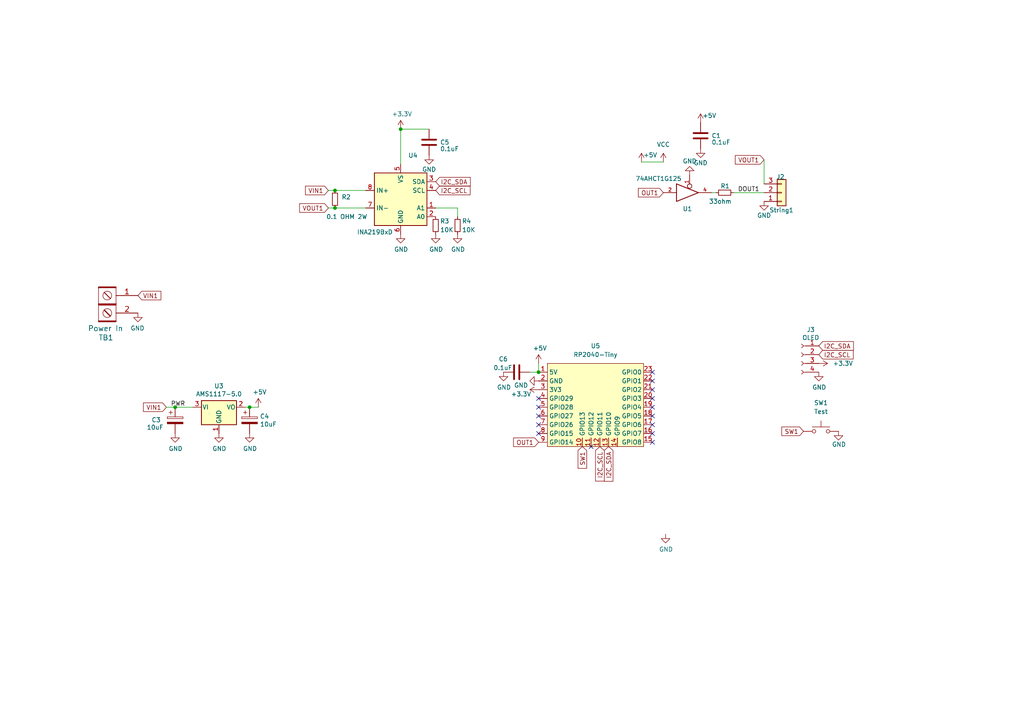
<source format=kicad_sch>
(kicad_sch (version 20230121) (generator eeschema)
  (paper "A4")
  (title_block (title "RP2040_Count") (date "2024-02-11") (rev "v2"))
  (lib_symbols
    (symbol "74xGxx:74AHCT1G125" (pin_names (offset 1.016))
      (property "Reference" "U" (at -2.54 3.81 0))
      (property "Value" "74AHCT1G125" (at 0 -3.81 0))
      (symbol "74AHCT1G125_0_1"
        (polyline (pts (xy -3.81 2.54) (xy -3.81 -2.54) (xy 2.54 0) (xy -3.81 2.54)) (stroke (width 0.254)))
      )
      (symbol "74AHCT1G125_1_1"
        (pin input inverted (at 0 5.08 270) (length 3.81) (name "~") (number "1"))
        (pin input line (at -7.62 0 0) (length 3.81) (name "~") (number "2"))
        (pin power_in line (at 1.27 -1.27 270) (length 0) hide (name "GND") (number "3"))
        (pin tri_state line (at 6.35 0 180) (length 3.81) (name "~") (number "4"))
        (pin power_in line (at 1.27 1.27 90) (length 0) hide (name "VCC") (number "5"))
      )
    )
    (symbol "Barrier_Blocks:BARRIER_BLOCK_1ROW_2POS" (pin_names (offset 1.016) hide)
      (property "Reference" "TB" (at 0.127 -6.731 0))
      (property "Value" "Barrier_Blocks_BARRIER_BLOCK_1ROW_2POS" (at 0.254 6.35 0))
      (symbol "BARRIER_BLOCK_1ROW_2POS_0_1"
        (rectangle (start -2.54 5.08) (end 2.54 -5.08))
        (circle (center 0 -2.54) (radius 1.27))
        (polyline (pts (xy -2.54 -4.699) (xy -2.54 -5.08) (xy 2.54 -5.08) (xy 2.54 -4.699)) (fill (type outline)))
        (polyline (pts (xy -2.54 0.254) (xy -2.54 -0.254) (xy 2.54 -0.254) (xy 2.54 0.254)) (fill (type outline)))
        (polyline (pts (xy -2.54 4.699) (xy -2.54 5.08) (xy 2.54 5.08) (xy 2.54 4.699)) (fill (type outline)))
        (polyline (pts (xy -0.8382 -3.5052) (xy -0.9652 -3.3782) (xy 0.8128 -1.6002) (xy 0.9652 -1.7018) (xy -0.8382 -3.5052)) (fill (type outline)))
        (polyline (pts (xy -0.8382 1.5748) (xy -0.9652 1.6764) (xy -0.0508 2.5908) (xy 0.8382 3.4798) (xy 0.9652 3.3528) (xy 0.9652 3.3528)) (fill (type outline)))
        (circle (center 0 2.54) (radius 1.27))
      )
      (symbol "BARRIER_BLOCK_1ROW_2POS_1_1"
        (pin passive line (at -8.89 2.54 0) (length 6.35) (name "P1") (number "1"))
        (pin passive line (at -8.89 -2.54 0) (length 6.35) (name "P2") (number "2"))
      )
    )
    (symbol "Connector:Conn_01x04_Female" (pin_names (offset 1.016) hide)
      (property "Reference" "J" (at 0 5.08 0))
      (property "Value" "Conn_01x04_Female" (at 0 -7.62 0))
      (symbol "Conn_01x04_Female_1_1"
        (arc (start 0 -4.572) (mid -0.5058 -5.08) (end 0 -5.588) (stroke (width 0.1524)))
        (arc (start 0 -2.032) (mid -0.5058 -2.54) (end 0 -3.048) (stroke (width 0.1524)))
        (polyline (pts (xy -1.27 -5.08) (xy -0.508 -5.08)) (stroke (width 0.1524)))
        (polyline (pts (xy -1.27 -2.54) (xy -0.508 -2.54)) (stroke (width 0.1524)))
        (polyline (pts (xy -1.27 0) (xy -0.508 0)) (stroke (width 0.1524)))
        (polyline (pts (xy -1.27 2.54) (xy -0.508 2.54)) (stroke (width 0.1524)))
        (arc (start 0 0.508) (mid -0.5058 0) (end 0 -0.508) (stroke (width 0.1524)))
        (arc (start 0 3.048) (mid -0.5058 2.54) (end 0 2.032) (stroke (width 0.1524)))
        (pin passive line (at -5.08 2.54 0) (length 3.81) (name "Pin_1") (number "1"))
        (pin passive line (at -5.08 0 0) (length 3.81) (name "Pin_2") (number "2"))
        (pin passive line (at -5.08 -2.54 0) (length 3.81) (name "Pin_3") (number "3"))
        (pin passive line (at -5.08 -5.08 0) (length 3.81) (name "Pin_4") (number "4"))
      )
    )
    (symbol "Connector_Generic:Conn_01x03" (pin_names (offset 1.016) hide)
      (property "Reference" "J" (at 0 5.08 0))
      (property "Value" "Conn_01x03" (at 0 -5.08 0))
      (symbol "Conn_01x03_1_1"
        (rectangle (start -1.27 -2.413) (end 0 -2.667) (stroke (width 0.1524)))
        (rectangle (start -1.27 0.127) (end 0 -0.127) (stroke (width 0.1524)))
        (rectangle (start -1.27 2.667) (end 0 2.413) (stroke (width 0.1524)))
        (rectangle (start -1.27 3.81) (end 1.27 -3.81) (stroke (width 0.254)) (fill (type background)))
        (pin passive line (at -5.08 2.54 0) (length 3.81) (name "Pin_1") (number "1"))
        (pin passive line (at -5.08 0 0) (length 3.81) (name "Pin_2") (number "2"))
        (pin passive line (at -5.08 -2.54 0) (length 3.81) (name "Pin_3") (number "3"))
      )
    )
    (symbol "Device:C" (pin_numbers hide) (pin_names (offset 0.254))
      (property "Reference" "C" (at 0.635 2.54 0))
      (property "Value" "C" (at 0.635 -2.54 0))
      (symbol "C_0_1"
        (polyline (pts (xy -2.032 -0.762) (xy 2.032 -0.762)) (stroke (width 0.508)))
        (polyline (pts (xy -2.032 0.762) (xy 2.032 0.762)) (stroke (width 0.508)))
      )
      (symbol "C_1_1"
        (pin passive line (at 0 3.81 270) (length 2.794) (name "~") (number "1"))
        (pin passive line (at 0 -3.81 90) (length 2.794) (name "~") (number "2"))
      )
    )
    (symbol "Device:CP" (pin_numbers hide) (pin_names (offset 0.254))
      (property "Reference" "C" (at 0.635 2.54 0))
      (property "Value" "Device_CP" (at 0.635 -2.54 0))
      (symbol "CP_0_1"
        (rectangle (start -2.286 0.508) (end 2.286 1.016))
        (polyline (pts (xy -1.778 2.286) (xy -0.762 2.286)))
        (polyline (pts (xy -1.27 2.794) (xy -1.27 1.778)))
        (rectangle (start 2.286 -0.508) (end -2.286 -1.016) (fill (type outline)))
      )
      (symbol "CP_1_1"
        (pin passive line (at 0 3.81 270) (length 2.794) (name "~") (number "1"))
        (pin passive line (at 0 -3.81 90) (length 2.794) (name "~") (number "2"))
      )
    )
    (symbol "Device:R_Small" (pin_numbers hide) (pin_names (offset 0.254) hide)
      (property "Reference" "R" (at 0.762 0.508 0))
      (property "Value" "R_Small" (at 0.762 -1.016 0))
      (symbol "R_Small_0_1"
        (rectangle (start -0.762 1.778) (end 0.762 -1.778) (stroke (width 0.2032)))
      )
      (symbol "R_Small_1_1"
        (pin passive line (at 0 2.54 270) (length 0.762) (name "~") (number "1"))
        (pin passive line (at 0 -2.54 90) (length 0.762) (name "~") (number "2"))
      )
    )
    (symbol "RP2040-Tiny:RP2040-Tiny_Scott"
      (property "Reference" "U" (at 2.54 2.54 0))
      (property "Value" "RP2040-Tiny" (at 20.32 2.54 0))
      (symbol "RP2040-Tiny_Scott_1_1"
        (rectangle (start 0 0) (end 27.94 -24.13) (fill (type background)))
        (pin power_in line (at -2.54 -2.54 0) (length 2.54) (name "5V") (number "1"))
        (pin bidirectional line (at 10.16 -24.13 90) (length 2.54) (name "GPIO13") (number "10"))
        (pin bidirectional line (at 12.7 -24.13 90) (length 2.54) (name "GPIO12") (number "11"))
        (pin bidirectional line (at 15.24 -24.13 90) (length 2.54) (name "GPIO11") (number "12"))
        (pin bidirectional line (at 17.78 -24.13 90) (length 2.54) (name "GPIO10") (number "13"))
        (pin bidirectional line (at 20.32 -24.13 90) (length 2.54) (name "GPIO9") (number "14"))
        (pin bidirectional line (at 30.48 -22.86 180) (length 2.54) (name "GPIO8") (number "15"))
        (pin bidirectional line (at 30.48 -20.32 180) (length 2.54) (name "GPIO7") (number "16"))
        (pin bidirectional line (at 30.48 -17.78 180) (length 2.54) (name "GPIO6") (number "17"))
        (pin bidirectional line (at 30.48 -15.24 180) (length 2.54) (name "GPIO5") (number "18"))
        (pin bidirectional line (at 30.48 -12.7 180) (length 2.54) (name "GPIO4") (number "19"))
        (pin power_in line (at -2.54 -5.08 0) (length 2.54) (name "GND") (number "2"))
        (pin bidirectional line (at 30.48 -10.16 180) (length 2.54) (name "GPIO3") (number "20"))
        (pin bidirectional line (at 30.48 -7.62 180) (length 2.54) (name "GPIO2") (number "21"))
        (pin bidirectional line (at 30.48 -5.08 180) (length 2.54) (name "GPIO1") (number "22"))
        (pin bidirectional line (at 30.48 -2.54 180) (length 2.54) (name "GPIO0") (number "23"))
        (pin power_out line (at -2.54 -7.62 0) (length 2.54) (name "3V3") (number "3"))
        (pin bidirectional line (at -2.54 -10.16 0) (length 2.54) (name "GPIO29") (number "4"))
        (pin bidirectional line (at -2.54 -12.7 0) (length 2.54) (name "GPIO28") (number "5"))
        (pin bidirectional line (at -2.54 -15.24 0) (length 2.54) (name "GPIO27") (number "6"))
        (pin bidirectional line (at -2.54 -17.78 0) (length 2.54) (name "GPIO26") (number "7"))
        (pin bidirectional line (at -2.54 -20.32 0) (length 2.54) (name "GPIO15") (number "8"))
        (pin bidirectional line (at -2.54 -22.86 0) (length 2.54) (name "GPIO14") (number "9"))
      )
    )
    (symbol "Regulator_Linear:AMS1117-5.0" (pin_names (offset 0.254))
      (property "Reference" "U" (at -3.81 3.175 0))
      (property "Value" "AMS1117-5.0" (at 0 3.175 0))
      (symbol "AMS1117-5.0_0_1"
        (rectangle (start -5.08 -5.08) (end 5.08 1.905) (stroke (width 0.254)) (fill (type background)))
      )
      (symbol "AMS1117-5.0_1_1"
        (pin power_in line (at 0 -7.62 90) (length 2.54) (name "GND") (number "1"))
        (pin power_out line (at 7.62 0 180) (length 2.54) (name "VO") (number "2"))
        (pin power_in line (at -7.62 0 0) (length 2.54) (name "VI") (number "3"))
      )
    )
    (symbol "Sensor_Energy:INA219BxD"
      (property "Reference" "U" (at -6.35 8.89 0))
      (property "Value" "INA219BxD" (at 5.08 8.89 0))
      (symbol "INA219BxD_0_1"
        (rectangle (start -7.62 7.62) (end 7.62 -7.62) (stroke (width 0.254)) (fill (type background)))
      )
      (symbol "INA219BxD_1_1"
        (pin input line (at 10.16 -2.54 180) (length 2.54) (name "A1") (number "1"))
        (pin input line (at 10.16 -5.08 180) (length 2.54) (name "A0") (number "2"))
        (pin bidirectional line (at 10.16 5.08 180) (length 2.54) (name "SDA") (number "3"))
        (pin input line (at 10.16 2.54 180) (length 2.54) (name "SCL") (number "4"))
        (pin power_in line (at 0 10.16 270) (length 2.54) (name "VS") (number "5"))
        (pin power_in line (at 0 -10.16 90) (length 2.54) (name "GND") (number "6"))
        (pin input line (at -10.16 -2.54 0) (length 2.54) (name "IN-") (number "7"))
        (pin input line (at -10.16 2.54 0) (length 2.54) (name "IN+") (number "8"))
      )
    )
    (symbol "Switch:SW_Push" (pin_numbers hide) (pin_names (offset 1.016) hide)
      (property "Reference" "SW" (at 1.27 2.54 0))
      (property "Value" "SW_Push" (at 0 -1.524 0))
      (symbol "SW_Push_0_1"
        (circle (center -2.032 0) (radius 0.508))
        (polyline (pts (xy 0 1.27) (xy 0 3.048)))
        (polyline (pts (xy 2.54 1.27) (xy -2.54 1.27)))
        (circle (center 2.032 0) (radius 0.508))
        (pin passive line (at -5.08 0 0) (length 2.54) (name "1") (number "1"))
        (pin passive line (at 5.08 0 180) (length 2.54) (name "2") (number "2"))
      )
    )
    (symbol "power:+3.3V" (power) (pin_names (offset 0))
      (property "Value" "+3.3V" (at 0 3.556 0))
      (symbol "+3.3V_0_1"
        (polyline (pts (xy -0.762 1.27) (xy 0 2.54)))
        (polyline (pts (xy 0 0) (xy 0 2.54)))
        (polyline (pts (xy 0 2.54) (xy 0.762 1.27)))
      )
      (symbol "+3.3V_1_1"
        (pin power_in line (at 0 0 90) (length 0) hide (name "+3.3V") (number "1"))
      )
    )
    (symbol "power:+5V" (power) (pin_names (offset 0))
      (property "Value" "+5V" (at 0 3.556 0))
      (symbol "+5V_0_1"
        (polyline (pts (xy -0.762 1.27) (xy 0 2.54)))
        (polyline (pts (xy 0 0) (xy 0 2.54)))
        (polyline (pts (xy 0 2.54) (xy 0.762 1.27)))
      )
      (symbol "+5V_1_1"
        (pin power_in line (at 0 0 90) (length 0) hide (name "+5V") (number "1"))
      )
    )
    (symbol "power:GND" (power) (pin_names (offset 0))
      (property "Value" "GND" (at 0 -3.81 0))
      (symbol "GND_0_1"
        (polyline (pts (xy 0 0) (xy 0 -1.27) (xy 1.27 -1.27) (xy 0 -2.54) (xy -1.27 -1.27) (xy 0 -1.27)))
      )
      (symbol "GND_1_1"
        (pin power_in line (at 0 0 270) (length 0) hide (name "GND") (number "1"))
      )
    )
    (symbol "power:VCC" (power) (pin_names (offset 0))
      (property "Value" "VCC" (at 0 3.81 0))
      (symbol "VCC_0_1"
        (polyline (pts (xy -0.762 1.27) (xy 0 2.54)))
        (polyline (pts (xy 0 0) (xy 0 2.54)))
        (polyline (pts (xy 0 2.54) (xy 0.762 1.27)))
      )
      (symbol "VCC_1_1"
        (pin power_in line (at 0 0 90) (length 0) hide (name "VCC") (number "1"))
      )
    )
  )
  (junction (at 50.8 118.11))
  (junction (at 156.21 107.95))
  (junction (at 97.155 55.245))
  (junction (at 116.205 37.465))
  (junction (at 97.155 60.325))
  (junction (at 72.39 118.11))
  (no_connect (at 156.21 123.19))
  (no_connect (at 156.21 115.57))
  (no_connect (at 189.23 128.27))
  (no_connect (at 156.21 118.11))
  (no_connect (at 189.23 125.73))
  (no_connect (at 156.21 120.65))
  (no_connect (at 156.21 125.73))
  (no_connect (at 171.45 129.54))
  (no_connect (at 189.23 113.03))
  (no_connect (at 189.23 107.95))
  (no_connect (at 189.23 120.65))
  (no_connect (at 189.23 123.19))
  (no_connect (at 189.23 110.49))
  (no_connect (at 189.23 118.11))
  (no_connect (at 189.23 115.57))
  (wire (pts (xy 156.21 105.41) (xy 156.21 107.95)))
  (wire (pts (xy 153.67 107.95) (xy 156.21 107.95)))
  (wire (pts (xy 116.205 37.465) (xy 116.205 47.625)))
  (wire (pts (xy 206.375 55.88) (xy 207.645 55.88)))
  (wire (pts (xy 97.155 60.325) (xy 106.045 60.325)))
  (wire (pts (xy 116.205 37.465) (xy 124.46 37.465)))
  (wire (pts (xy 71.12 118.11) (xy 72.39 118.11)))
  (wire (pts (xy 126.365 60.325) (xy 132.715 60.325)))
  (wire (pts (xy 212.725 55.88) (xy 221.615 55.88)))
  (wire (pts (xy 97.155 55.245) (xy 106.045 55.245)))
  (wire (pts (xy 132.715 60.325) (xy 132.715 62.865)))
  (wire (pts (xy 186.055 46.99) (xy 192.405 46.99)))
  (wire (pts (xy 72.39 118.11) (xy 74.93 118.11)))
  (wire (pts (xy 95.25 55.245) (xy 97.155 55.245)))
  (wire (pts (xy 55.88 118.11) (xy 50.8 118.11)))
  (wire (pts (xy 95.25 60.325) (xy 97.155 60.325)))
  (wire (pts (xy 221.615 46.355) (xy 221.615 53.34)))
  (wire (pts (xy 50.8 118.11) (xy 48.26 118.11)))
  (label "DOUT1" (at 213.995 55.88 0))
  (label "PWR" (at 49.53 118.11 0))
  (global_label "VIN1" (shape input) (at 40.005 85.725 0) (property "Intersheetrefs" "${INTERSHEET_REFS}" (effects hide)))
  (global_label "VIN1" (shape input) (at 95.25 55.245 180) (property "Intersheetrefs" "${INTERSHEET_REFS}" (effects hide)))
  (global_label "VIN1" (shape input) (at 48.26 118.11 180) (property "Intersheetrefs" "${INTERSHEET_REFS}" (effects hide)))
  (global_label "I2C_SCL" (shape input) (at 237.49 102.87 0) (property "Intersheetrefs" "${INTERSHEET_REFS}" (effects hide)))
  (global_label "SW1" (shape input) (at 233.045 125.095 180) (property "Intersheetrefs" "${INTERSHEET_REFS}" (effects hide)))
  (global_label "I2C_SCL" (shape input) (at 126.365 55.245 0) (property "Intersheetrefs" "${INTERSHEET_REFS}" (effects hide)))
  (global_label "I2C_SDA" (shape input) (at 176.53 129.54 270) (property "Intersheetrefs" "${INTERSHEET_REFS}" (effects hide)))
  (global_label "VOUT1" (shape input) (at 221.615 46.355 180) (property "Intersheetrefs" "${INTERSHEET_REFS}" (effects hide)))
  (global_label "OUT1" (shape input) (at 156.21 128.27 180) (property "Intersheetrefs" "${INTERSHEET_REFS}" (effects hide)))
  (global_label "I2C_SDA" (shape input) (at 126.365 52.705 0) (property "Intersheetrefs" "${INTERSHEET_REFS}" (effects hide)))
  (global_label "OUT1" (shape input) (at 192.405 55.88 180) (property "Intersheetrefs" "${INTERSHEET_REFS}" (effects hide)))
  (global_label "I2C_SCL" (shape input) (at 173.99 129.54 270) (property "Intersheetrefs" "${INTERSHEET_REFS}" (effects hide)))
  (global_label "SW1" (shape input) (at 168.91 129.54 270) (property "Intersheetrefs" "${INTERSHEET_REFS}" (effects hide)))
  (global_label "I2C_SDA" (shape input) (at 237.49 100.33 0) (property "Intersheetrefs" "${INTERSHEET_REFS}" (effects hide)))
  (global_label "VOUT1" (shape input) (at 95.25 60.325 180) (property "Intersheetrefs" "${INTERSHEET_REFS}" (effects hide)))
  (symbol (lib_id "power:GND") (at 221.615 58.42 0) (unit 1)
    (property "Reference" "#PWR08" (effects hide))
    (property "Value" "GND" (at 221.615 62.484 0))
  )
  (symbol (lib_id "Device:C") (at 124.46 41.275 0) (unit 1)
    (property "Reference" "C5" (at 127.635 41.275 0) (effects (justify left)))
    (property "Value" "0.1uF" (at 127.635 43.18 0) (effects (justify left)))
    (property "Footprint" "Capacitor_SMD:C_0603_1608Metric_Pad1.08x0.95mm_HandSolder" (effects hide))
    (property "LCSC" "C14663" (effects hide))
    (property "LCSC_PN" "C14663" (effects hide))
  )
  (symbol (lib_id "Device:R_Small") (at 126.365 65.405 0) (unit 1)
    (property "Reference" "R3" (at 127.635 64.135 0) (effects (justify left)))
    (property "Value" "10K" (at 127.635 66.675 0) (effects (justify left)))
    (property "Footprint" "Resistor_SMD:R_0603_1608Metric_Pad0.98x0.95mm_HandSolder" (effects hide))
  )
  (symbol (lib_id "power:+5V") (at 156.21 105.41 0) (unit 1)
    (property "Reference" "#PWR024" (effects hide))
    (property "Value" "+5V" (at 156.591 101.0158 0))
  )
  (symbol (lib_id "RP2040-Tiny:RP2040-Tiny_Scott") (at 158.75 105.41 0) (unit 1)
    (property "Reference" "U5" (at 172.72 100.33 0))
    (property "Value" "RP2040-Tiny" (at 172.72 102.87 0))
    (property "Footprint" "Scotts:RP2040-Tiny_Scott" (effects hide))
  )
  (symbol (lib_id "power:GND") (at 116.205 67.945 0) (unit 1)
    (property "Reference" "#PWR023" (effects hide))
    (property "Value" "GND" (at 116.332 72.3392 0))
  )
  (symbol (lib_id "Device:C") (at 149.86 107.95 90) (unit 1)
    (property "Reference" "C6" (at 147.32 104.14 90) (effects (justify left)))
    (property "Value" "0.1uF" (at 148.59 106.68 90) (effects (justify left)))
    (property "Footprint" "Capacitor_SMD:C_0603_1608Metric_Pad1.08x0.95mm_HandSolder" (effects hide))
  )
  (symbol (lib_id "power:GND") (at 237.49 107.95 0) (unit 1)
    (property "Reference" "#PWR010" (effects hide))
    (property "Value" "GND" (at 237.617 112.3442 0))
  )
  (symbol (lib_id "power:GND") (at 156.21 110.49 270) (unit 1)
    (property "Reference" "#PWR013" (effects hide))
    (property "Value" "GND" (at 151.13 111.76 90))
  )
  (symbol (lib_id "power:GND") (at 124.46 45.085 0) (unit 1)
    (property "Reference" "#PWR026" (effects hide))
    (property "Value" "GND" (at 124.46 49.149 0))
  )
  (symbol (lib_id "power:VCC") (at 192.405 46.99 0) (unit 1)
    (property "Reference" "#PWR04" (effects hide))
    (property "Value" "VCC" (at 192.405 41.91 0))
  )
  (symbol (lib_id "74xGxx:74AHCT1G125") (at 200.025 55.88 0) (unit 1)
    (property "Reference" "U1" (at 199.39 60.5695 0))
    (property "Value" "74AHCT1G125" (at 191.008 51.816 0))
    (property "Footprint" "Package_SO:TSOP-5_1.65x3.05mm_P0.95mm" (effects hide))
    (property "Datasheet" "http://www.ti.com/lit/sg/scyt129e/scyt129e.pdf" (effects hide))
    (property "Digi-Key_PN" "74AHCT1G125W5-7DICT-ND" (effects hide))
    (property "LCSC_PN" "C7484" (effects hide))
    (property "MPN" "74AHCT1G125W5-7" (effects hide))
    (property "LCSC" "C7484" (effects hide))
  )
  (symbol (lib_id "Device:R_Small") (at 132.715 65.405 0) (unit 1)
    (property "Reference" "R4" (at 133.985 64.135 0) (effects (justify left)))
    (property "Value" "10K" (at 133.985 66.675 0) (effects (justify left)))
    (property "Footprint" "Resistor_SMD:R_0603_1608Metric_Pad0.98x0.95mm_HandSolder" (effects hide))
  )
  (symbol (lib_id "power:+5V") (at 203.2 35.56 0) (unit 1)
    (property "Reference" "#PWR01" (effects hide))
    (property "Value" "+5V" (at 205.74 33.528 0))
  )
  (symbol (lib_id "power:GND") (at 72.39 125.73 0) (unit 1)
    (property "Reference" "#PWR017" (effects hide))
    (property "Value" "GND" (at 72.517 130.1242 0))
  )
  (symbol (lib_id "Connector:Conn_01x04_Female") (at 232.41 102.87 0) (mirror y) (unit 1)
    (property "Reference" "J3" (at 235.1532 95.631 0))
    (property "Value" "OLED" (at 235.1532 97.9424 0))
    (property "Footprint" "Scotts:OLED-SSD1306-128X64-I2C-THT_2HOLE" (effects hide))
    (property "Digi-Key_PN" "S7002-ND" (effects hide))
    (property "MPN" "PPTC041LFBN-RC" (effects hide))
    (property "LCSC" "C225501" (effects hide))
  )
  (symbol (lib_id "power:GND") (at 50.8 125.73 0) (unit 1)
    (property "Reference" "#PWR015" (effects hide))
    (property "Value" "GND" (at 50.927 130.1242 0))
  )
  (symbol (lib_id "power:GND") (at 243.205 125.095 0) (unit 1)
    (property "Reference" "#PWR011" (effects hide))
    (property "Value" "GND" (at 243.332 128.905 0))
  )
  (symbol (lib_id "Barrier_Blocks:BARRIER_BLOCK_1ROW_2POS") (at 31.115 88.265 0) (mirror y) (unit 1)
    (property "Reference" "TB1" (at 30.734 97.917 0) (effects (font (size 1.524 1.524))))
    (property "Value" "Power In" (at 30.607 95.25 0) (effects (font (size 1.524 1.524))))
    (property "Footprint" "Connector_Phoenix_MC:PhoenixContact_MCV_1,5_2-G-3.81_1x02_P3.81mm_Vertical" (effects hide))
    (property "Digi-Key_PN" "A98472-ND" (effects hide))
    (property "MPN" "4DB-P108-02" (effects hide))
  )
  (symbol (lib_id "power:GND") (at 193.04 154.94 0) (unit 1)
    (property "Reference" "#PWR027" (effects hide))
    (property "Value" "GND" (at 193.167 159.3342 0))
  )
  (symbol (lib_id "Switch:SW_Push") (at 238.125 125.095 0) (unit 1)
    (property "Reference" "SW1" (at 238.125 116.84 0))
    (property "Value" "Test" (at 238.125 119.38 0))
    (property "Footprint" "Button_Switch_SMD:SW_Push_1P1T_NO_6x6mm_H9.5mm" (effects hide))
    (property "LCSC" "C2834918" (effects hide))
  )
  (symbol (lib_id "power:GND") (at 200.025 50.8 180) (unit 1)
    (property "Reference" "#PWR06" (effects hide))
    (property "Value" "GND" (at 200.025 46.736 0))
  )
  (symbol (lib_id "power:GND") (at 40.005 90.805 0) (mirror y) (unit 1)
    (property "Reference" "#PWR012" (effects hide))
    (property "Value" "GND" (at 39.878 95.1992 0))
  )
  (symbol (lib_id "power:GND") (at 146.05 107.95 0) (unit 1)
    (property "Reference" "#PWR025" (effects hide))
    (property "Value" "GND" (at 146.177 112.3442 0))
  )
  (symbol (lib_id "power:+3.3V") (at 156.21 113.03 90) (unit 1)
    (property "Reference" "#PWR07" (effects hide))
    (property "Value" "+3.3V" (at 151.13 114.3 90))
  )
  (symbol (lib_id "power:GND") (at 63.5 125.73 0) (unit 1)
    (property "Reference" "#PWR016" (effects hide))
    (property "Value" "GND" (at 63.627 130.1242 0))
  )
  (symbol (lib_id "power:+3.3V") (at 237.49 105.41 270) (unit 1)
    (property "Reference" "#PWR09" (effects hide))
    (property "Value" "+3.3V" (at 244.475 105.41 90))
  )
  (symbol (lib_id "power:GND") (at 132.715 67.945 0) (unit 1)
    (property "Reference" "#PWR021" (effects hide))
    (property "Value" "GND" (at 132.842 72.3392 0))
  )
  (symbol (lib_id "Regulator_Linear:AMS1117-5.0") (at 63.5 118.11 0) (unit 1)
    (property "Reference" "U3" (at 63.5 111.9632 0))
    (property "Value" "AMS1117-5.0" (at 63.5 114.2746 0))
    (property "Footprint" "Package_TO_SOT_SMD:SOT-223-3_TabPin2" (effects hide))
    (property "Datasheet" "http://www.advanced-monolithic.com/pdf/ds1117.pdf" (effects hide))
    (property "LCSC_PN" "C6187" (effects hide))
    (property "Digi-Key_PN" "488-LM1117MPX-50NOPBCT-ND" (effects hide))
    (property "MPN" "LM1117MPX-50NOPB" (effects hide))
    (property "LCSC" "C6187" (effects hide))
  )
  (symbol (lib_id "Device:R_Small") (at 210.185 55.88 270) (unit 1)
    (property "Reference" "R1" (at 210.312 53.975 90))
    (property "Value" "33ohm" (at 208.915 58.42 90))
    (property "Footprint" "Resistor_SMD:R_0603_1608Metric_Pad0.98x0.95mm_HandSolder" (effects hide))
    (property "LCSC_PN" "C23140" (effects hide))
    (property "Digi-Key_PN" "311-33GRCT-ND" (effects hide))
    (property "MPN" "RC0603JR-0733RL" (effects hide))
    (property "LCSC" "C23140" (effects hide))
  )
  (symbol (lib_id "power:+5V") (at 186.055 46.99 0) (unit 1)
    (property "Reference" "#PWR03" (effects hide))
    (property "Value" "+5V" (at 188.595 44.958 0))
  )
  (symbol (lib_id "Device:C") (at 203.2 39.37 0) (unit 1)
    (property "Reference" "C1" (at 206.375 39.37 0) (effects (justify left)))
    (property "Value" "0.1uF" (at 206.375 41.275 0) (effects (justify left)))
    (property "Footprint" "Capacitor_SMD:C_0603_1608Metric_Pad1.08x0.95mm_HandSolder" (effects hide))
    (property "LCSC" "C14663" (effects hide))
    (property "LCSC_PN" "C14663" (effects hide))
  )
  (symbol (lib_id "Sensor_Energy:INA219BxD") (at 116.205 57.785 0) (unit 1)
    (property "Reference" "U4" (at 118.3991 45.085 0) (effects (justify left)))
    (property "Value" "INA219BxD" (at 103.505 67.31 0) (effects (justify left)))
    (property "Footprint" "Package_SO:SOIC-8_3.9x4.9mm_P1.27mm" (effects hide))
    (property "Datasheet" "http://www.ti.com/lit/ds/symlink/ina219.pdf" (effects hide))
    (property "LCSC PN" "C87469" (effects hide))
  )
  (symbol (lib_id "Device:CP") (at 50.8 121.92 0) (unit 1)
    (property "Reference" "C3" (at 43.942 121.793 0) (effects (justify left)))
    (property "Value" "10uF" (at 42.545 123.952 0) (effects (justify left)))
    (property "Footprint" "Capacitor_SMD:C_0805_2012Metric_Pad1.18x1.45mm_HandSolder" (effects hide))
    (property "Digi-Key_PN" "490-5523-1-ND" (effects hide))
    (property "MPN" "GRM21BR61E106KA73L" (effects hide))
    (property "LCSC_PN" "C15850" (effects hide))
    (property "LCSC" "C15850" (effects hide))
  )
  (symbol (lib_id "Device:R_Small") (at 97.155 57.785 0) (unit 1)
    (property "Reference" "R2" (at 99.06 57.15 0) (effects (justify left)))
    (property "Value" "0.1 OHM 2W" (at 94.615 62.865 0) (effects (justify left)))
    (property "Footprint" "Resistor_SMD:R_2512_6332Metric_Pad1.40x3.35mm_HandSolder" (effects hide))
  )
  (symbol (lib_id "power:+5V") (at 74.93 118.11 0) (unit 1)
    (property "Reference" "#PWR014" (effects hide))
    (property "Value" "+5V" (at 75.311 113.7158 0))
  )
  (symbol (lib_id "power:GND") (at 126.365 67.945 0) (unit 1)
    (property "Reference" "#PWR022" (effects hide))
    (property "Value" "GND" (at 126.492 72.3392 0))
  )
  (symbol (lib_id "power:GND") (at 203.2 43.18 0) (unit 1)
    (property "Reference" "#PWR02" (effects hide))
    (property "Value" "GND" (at 203.2 47.244 0))
  )
  (symbol (lib_id "power:+3.3V") (at 116.205 37.465 0) (unit 1)
    (property "Reference" "#PWR05" (effects hide))
    (property "Value" "+3.3V" (at 116.586 33.0708 0))
  )
  (symbol (lib_id "Connector_Generic:Conn_01x03") (at 226.695 55.88 0) (mirror x) (unit 1)
    (property "Reference" "J2" (at 225.171 51.308 0) (effects (justify left)))
    (property "Value" "String1" (at 223.139 60.96 0) (effects (justify left)))
    (property "Footprint" "Scotts:PhoenixContact_MCV_3.81mm_3.5mm_1x03_Vertical" (effects hide))
    (property "Digi-Key_PN" "277-5737-ND/ED10555-ND" (effects hide))
    (property "MPN" "1843619/OSTTJ0311530" (effects hide))
  )
  (symbol (lib_id "Device:CP") (at 72.39 121.92 0) (unit 1)
    (property "Reference" "C4" (at 75.3872 120.7516 0) (effects (justify left)))
    (property "Value" "10uF" (at 75.3872 123.063 0) (effects (justify left)))
    (property "Footprint" "Capacitor_SMD:C_0805_2012Metric_Pad1.18x1.45mm_HandSolder" (effects hide))
    (property "Digi-Key_PN" "490-5523-1-ND" (effects hide))
    (property "MPN" "GRM21BR61E106KA73L" (effects hide))
    (property "LCSC_PN" "C15850" (effects hide))
    (property "LCSC" "C15850" (effects hide))
  )
)
</source>
